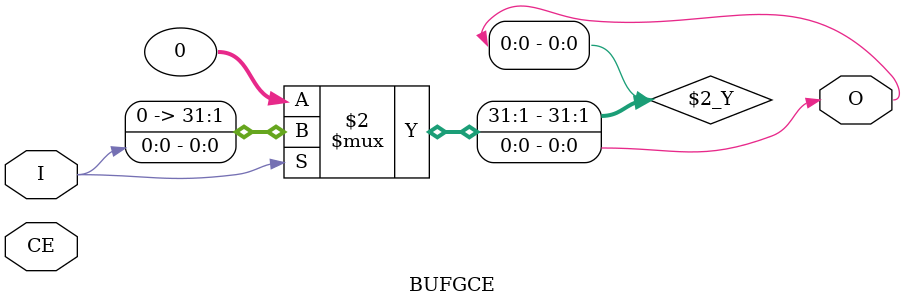
<source format=v>
module BUFGCE(
    output O,
	input CE,
    input I
    );

    assign O= (I)? I:0;
endmodule
</source>
